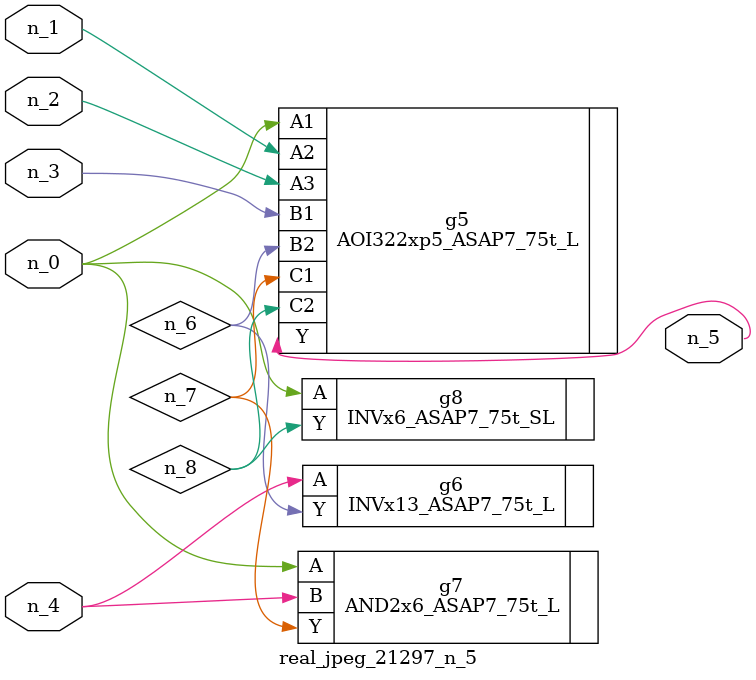
<source format=v>
module real_jpeg_21297_n_5 (n_4, n_0, n_1, n_2, n_3, n_5);

input n_4;
input n_0;
input n_1;
input n_2;
input n_3;

output n_5;

wire n_8;
wire n_6;
wire n_7;

AOI322xp5_ASAP7_75t_L g5 ( 
.A1(n_0),
.A2(n_1),
.A3(n_2),
.B1(n_3),
.B2(n_6),
.C1(n_7),
.C2(n_8),
.Y(n_5)
);

AND2x6_ASAP7_75t_L g7 ( 
.A(n_0),
.B(n_4),
.Y(n_7)
);

INVx6_ASAP7_75t_SL g8 ( 
.A(n_0),
.Y(n_8)
);

INVx13_ASAP7_75t_L g6 ( 
.A(n_4),
.Y(n_6)
);


endmodule
</source>
